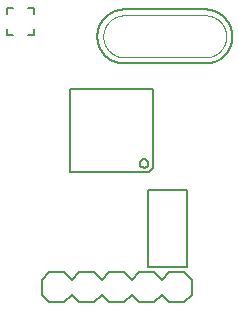
<source format=gto>
G75*
%MOIN*%
%OFA0B0*%
%FSLAX25Y25*%
%IPPOS*%
%LPD*%
%AMOC8*
5,1,8,0,0,1.08239X$1,22.5*
%
%ADD10C,0.00600*%
%ADD11C,0.00200*%
%ADD12C,0.00800*%
D10*
X0042378Y0066000D02*
X0068579Y0066000D01*
X0069976Y0067398D01*
X0069976Y0093598D01*
X0042378Y0093598D01*
X0042378Y0066000D01*
X0065563Y0068999D02*
X0065565Y0069074D01*
X0065571Y0069148D01*
X0065581Y0069222D01*
X0065594Y0069295D01*
X0065612Y0069368D01*
X0065633Y0069439D01*
X0065658Y0069510D01*
X0065687Y0069579D01*
X0065720Y0069646D01*
X0065756Y0069711D01*
X0065795Y0069775D01*
X0065837Y0069836D01*
X0065883Y0069895D01*
X0065932Y0069952D01*
X0065984Y0070005D01*
X0066038Y0070056D01*
X0066095Y0070105D01*
X0066155Y0070149D01*
X0066217Y0070191D01*
X0066281Y0070230D01*
X0066347Y0070265D01*
X0066414Y0070296D01*
X0066484Y0070324D01*
X0066554Y0070348D01*
X0066626Y0070369D01*
X0066699Y0070385D01*
X0066772Y0070398D01*
X0066847Y0070407D01*
X0066921Y0070412D01*
X0066996Y0070413D01*
X0067070Y0070410D01*
X0067145Y0070403D01*
X0067218Y0070392D01*
X0067292Y0070378D01*
X0067364Y0070359D01*
X0067435Y0070337D01*
X0067505Y0070311D01*
X0067574Y0070281D01*
X0067640Y0070248D01*
X0067705Y0070211D01*
X0067768Y0070171D01*
X0067829Y0070127D01*
X0067887Y0070081D01*
X0067943Y0070031D01*
X0067996Y0069979D01*
X0068047Y0069924D01*
X0068094Y0069866D01*
X0068138Y0069806D01*
X0068179Y0069743D01*
X0068217Y0069679D01*
X0068251Y0069613D01*
X0068282Y0069544D01*
X0068309Y0069475D01*
X0068332Y0069404D01*
X0068351Y0069332D01*
X0068367Y0069259D01*
X0068379Y0069185D01*
X0068387Y0069111D01*
X0068391Y0069036D01*
X0068391Y0068962D01*
X0068387Y0068887D01*
X0068379Y0068813D01*
X0068367Y0068739D01*
X0068351Y0068666D01*
X0068332Y0068594D01*
X0068309Y0068523D01*
X0068282Y0068454D01*
X0068251Y0068385D01*
X0068217Y0068319D01*
X0068179Y0068255D01*
X0068138Y0068192D01*
X0068094Y0068132D01*
X0068047Y0068074D01*
X0067996Y0068019D01*
X0067943Y0067967D01*
X0067887Y0067917D01*
X0067829Y0067871D01*
X0067768Y0067827D01*
X0067705Y0067787D01*
X0067640Y0067750D01*
X0067574Y0067717D01*
X0067505Y0067687D01*
X0067435Y0067661D01*
X0067364Y0067639D01*
X0067292Y0067620D01*
X0067218Y0067606D01*
X0067145Y0067595D01*
X0067070Y0067588D01*
X0066996Y0067585D01*
X0066921Y0067586D01*
X0066847Y0067591D01*
X0066772Y0067600D01*
X0066699Y0067613D01*
X0066626Y0067629D01*
X0066554Y0067650D01*
X0066484Y0067674D01*
X0066414Y0067702D01*
X0066347Y0067733D01*
X0066281Y0067768D01*
X0066217Y0067807D01*
X0066155Y0067849D01*
X0066095Y0067893D01*
X0066038Y0067942D01*
X0065984Y0067993D01*
X0065932Y0068046D01*
X0065883Y0068103D01*
X0065837Y0068162D01*
X0065795Y0068223D01*
X0065756Y0068287D01*
X0065720Y0068352D01*
X0065687Y0068419D01*
X0065658Y0068488D01*
X0065633Y0068559D01*
X0065612Y0068630D01*
X0065594Y0068703D01*
X0065581Y0068776D01*
X0065571Y0068850D01*
X0065565Y0068924D01*
X0065563Y0068999D01*
X0060394Y0102295D02*
X0087394Y0102295D01*
X0087613Y0102298D01*
X0087832Y0102306D01*
X0088051Y0102319D01*
X0088269Y0102338D01*
X0088487Y0102362D01*
X0088704Y0102391D01*
X0088921Y0102425D01*
X0089136Y0102465D01*
X0089351Y0102510D01*
X0089564Y0102561D01*
X0089776Y0102616D01*
X0089987Y0102677D01*
X0090196Y0102742D01*
X0090403Y0102813D01*
X0090609Y0102889D01*
X0090813Y0102970D01*
X0091015Y0103055D01*
X0091214Y0103146D01*
X0091411Y0103241D01*
X0091606Y0103342D01*
X0091799Y0103447D01*
X0091989Y0103556D01*
X0092176Y0103670D01*
X0092360Y0103789D01*
X0092541Y0103912D01*
X0092719Y0104040D01*
X0092895Y0104172D01*
X0093066Y0104308D01*
X0093235Y0104448D01*
X0093400Y0104592D01*
X0093561Y0104740D01*
X0093719Y0104892D01*
X0093873Y0105048D01*
X0094023Y0105208D01*
X0094170Y0105371D01*
X0094312Y0105538D01*
X0094450Y0105708D01*
X0094584Y0105882D01*
X0094714Y0106058D01*
X0094839Y0106238D01*
X0094960Y0106421D01*
X0095076Y0106607D01*
X0095188Y0106795D01*
X0095295Y0106986D01*
X0095398Y0107180D01*
X0095496Y0107376D01*
X0095589Y0107574D01*
X0095677Y0107775D01*
X0095760Y0107978D01*
X0095839Y0108183D01*
X0095912Y0108389D01*
X0095980Y0108597D01*
X0096043Y0108807D01*
X0096101Y0109019D01*
X0096154Y0109231D01*
X0096202Y0109445D01*
X0096244Y0109660D01*
X0096281Y0109876D01*
X0096313Y0110093D01*
X0096340Y0110311D01*
X0096361Y0110529D01*
X0096377Y0110747D01*
X0096388Y0110966D01*
X0096393Y0111185D01*
X0096393Y0111405D01*
X0096388Y0111624D01*
X0096377Y0111843D01*
X0096361Y0112061D01*
X0096340Y0112279D01*
X0096313Y0112497D01*
X0096281Y0112714D01*
X0096244Y0112930D01*
X0096202Y0113145D01*
X0096154Y0113359D01*
X0096101Y0113571D01*
X0096043Y0113783D01*
X0095980Y0113993D01*
X0095912Y0114201D01*
X0095839Y0114407D01*
X0095760Y0114612D01*
X0095677Y0114815D01*
X0095589Y0115016D01*
X0095496Y0115214D01*
X0095398Y0115410D01*
X0095295Y0115604D01*
X0095188Y0115795D01*
X0095076Y0115983D01*
X0094960Y0116169D01*
X0094839Y0116352D01*
X0094714Y0116532D01*
X0094584Y0116708D01*
X0094450Y0116882D01*
X0094312Y0117052D01*
X0094170Y0117219D01*
X0094023Y0117382D01*
X0093873Y0117542D01*
X0093719Y0117698D01*
X0093561Y0117850D01*
X0093400Y0117998D01*
X0093235Y0118142D01*
X0093066Y0118282D01*
X0092895Y0118418D01*
X0092719Y0118550D01*
X0092541Y0118678D01*
X0092360Y0118801D01*
X0092176Y0118920D01*
X0091989Y0119034D01*
X0091799Y0119143D01*
X0091606Y0119248D01*
X0091411Y0119349D01*
X0091214Y0119444D01*
X0091015Y0119535D01*
X0090813Y0119620D01*
X0090609Y0119701D01*
X0090403Y0119777D01*
X0090196Y0119848D01*
X0089987Y0119913D01*
X0089776Y0119974D01*
X0089564Y0120029D01*
X0089351Y0120080D01*
X0089136Y0120125D01*
X0088921Y0120165D01*
X0088704Y0120199D01*
X0088487Y0120228D01*
X0088269Y0120252D01*
X0088051Y0120271D01*
X0087832Y0120284D01*
X0087613Y0120292D01*
X0087394Y0120295D01*
X0060394Y0120295D01*
X0060175Y0120292D01*
X0059956Y0120284D01*
X0059737Y0120271D01*
X0059519Y0120252D01*
X0059301Y0120228D01*
X0059084Y0120199D01*
X0058867Y0120165D01*
X0058652Y0120125D01*
X0058437Y0120080D01*
X0058224Y0120029D01*
X0058012Y0119974D01*
X0057801Y0119913D01*
X0057592Y0119848D01*
X0057385Y0119777D01*
X0057179Y0119701D01*
X0056975Y0119620D01*
X0056773Y0119535D01*
X0056574Y0119444D01*
X0056377Y0119349D01*
X0056182Y0119248D01*
X0055989Y0119143D01*
X0055799Y0119034D01*
X0055612Y0118920D01*
X0055428Y0118801D01*
X0055247Y0118678D01*
X0055069Y0118550D01*
X0054893Y0118418D01*
X0054722Y0118282D01*
X0054553Y0118142D01*
X0054388Y0117998D01*
X0054227Y0117850D01*
X0054069Y0117698D01*
X0053915Y0117542D01*
X0053765Y0117382D01*
X0053618Y0117219D01*
X0053476Y0117052D01*
X0053338Y0116882D01*
X0053204Y0116708D01*
X0053074Y0116532D01*
X0052949Y0116352D01*
X0052828Y0116169D01*
X0052712Y0115983D01*
X0052600Y0115795D01*
X0052493Y0115604D01*
X0052390Y0115410D01*
X0052292Y0115214D01*
X0052199Y0115016D01*
X0052111Y0114815D01*
X0052028Y0114612D01*
X0051949Y0114407D01*
X0051876Y0114201D01*
X0051808Y0113993D01*
X0051745Y0113783D01*
X0051687Y0113571D01*
X0051634Y0113359D01*
X0051586Y0113145D01*
X0051544Y0112930D01*
X0051507Y0112714D01*
X0051475Y0112497D01*
X0051448Y0112279D01*
X0051427Y0112061D01*
X0051411Y0111843D01*
X0051400Y0111624D01*
X0051395Y0111405D01*
X0051395Y0111185D01*
X0051400Y0110966D01*
X0051411Y0110747D01*
X0051427Y0110529D01*
X0051448Y0110311D01*
X0051475Y0110093D01*
X0051507Y0109876D01*
X0051544Y0109660D01*
X0051586Y0109445D01*
X0051634Y0109231D01*
X0051687Y0109019D01*
X0051745Y0108807D01*
X0051808Y0108597D01*
X0051876Y0108389D01*
X0051949Y0108183D01*
X0052028Y0107978D01*
X0052111Y0107775D01*
X0052199Y0107574D01*
X0052292Y0107376D01*
X0052390Y0107180D01*
X0052493Y0106986D01*
X0052600Y0106795D01*
X0052712Y0106607D01*
X0052828Y0106421D01*
X0052949Y0106238D01*
X0053074Y0106058D01*
X0053204Y0105882D01*
X0053338Y0105708D01*
X0053476Y0105538D01*
X0053618Y0105371D01*
X0053765Y0105208D01*
X0053915Y0105048D01*
X0054069Y0104892D01*
X0054227Y0104740D01*
X0054388Y0104592D01*
X0054553Y0104448D01*
X0054722Y0104308D01*
X0054893Y0104172D01*
X0055069Y0104040D01*
X0055247Y0103912D01*
X0055428Y0103789D01*
X0055612Y0103670D01*
X0055799Y0103556D01*
X0055989Y0103447D01*
X0056182Y0103342D01*
X0056377Y0103241D01*
X0056574Y0103146D01*
X0056773Y0103055D01*
X0056975Y0102970D01*
X0057179Y0102889D01*
X0057385Y0102813D01*
X0057592Y0102742D01*
X0057801Y0102677D01*
X0058012Y0102616D01*
X0058224Y0102561D01*
X0058437Y0102510D01*
X0058652Y0102465D01*
X0058867Y0102425D01*
X0059084Y0102391D01*
X0059301Y0102362D01*
X0059519Y0102338D01*
X0059737Y0102319D01*
X0059956Y0102306D01*
X0060175Y0102298D01*
X0060394Y0102295D01*
X0030165Y0111717D02*
X0028165Y0111717D01*
X0030165Y0111717D02*
X0030165Y0113717D01*
X0030165Y0118717D02*
X0030165Y0120717D01*
X0028165Y0120717D01*
X0023165Y0120717D02*
X0021165Y0120717D01*
X0021165Y0118717D01*
X0021165Y0113717D02*
X0021165Y0111717D01*
X0023165Y0111717D01*
D11*
X0060394Y0118295D02*
X0060224Y0118293D01*
X0060053Y0118287D01*
X0059883Y0118276D01*
X0059713Y0118262D01*
X0059544Y0118243D01*
X0059375Y0118220D01*
X0059206Y0118194D01*
X0059039Y0118163D01*
X0058872Y0118128D01*
X0058706Y0118088D01*
X0058541Y0118045D01*
X0058377Y0117998D01*
X0058215Y0117947D01*
X0058053Y0117892D01*
X0057893Y0117833D01*
X0057735Y0117770D01*
X0057578Y0117704D01*
X0057423Y0117633D01*
X0057269Y0117559D01*
X0057118Y0117481D01*
X0056968Y0117399D01*
X0056820Y0117314D01*
X0056675Y0117225D01*
X0056532Y0117133D01*
X0056391Y0117037D01*
X0056252Y0116938D01*
X0056116Y0116835D01*
X0055982Y0116730D01*
X0055851Y0116621D01*
X0055723Y0116508D01*
X0055597Y0116393D01*
X0055474Y0116275D01*
X0055355Y0116154D01*
X0055238Y0116029D01*
X0055124Y0115902D01*
X0055013Y0115773D01*
X0054906Y0115640D01*
X0054802Y0115505D01*
X0054701Y0115368D01*
X0054603Y0115228D01*
X0054509Y0115086D01*
X0054419Y0114942D01*
X0054332Y0114795D01*
X0054248Y0114646D01*
X0054169Y0114496D01*
X0054093Y0114343D01*
X0054020Y0114189D01*
X0053952Y0114033D01*
X0053887Y0113875D01*
X0053826Y0113716D01*
X0053769Y0113555D01*
X0053716Y0113393D01*
X0053667Y0113230D01*
X0053622Y0113066D01*
X0053581Y0112900D01*
X0053543Y0112734D01*
X0053510Y0112566D01*
X0053482Y0112398D01*
X0053457Y0112230D01*
X0053436Y0112061D01*
X0053419Y0111891D01*
X0053407Y0111721D01*
X0053399Y0111551D01*
X0053395Y0111380D01*
X0053395Y0111210D01*
X0053399Y0111039D01*
X0053407Y0110869D01*
X0053419Y0110699D01*
X0053436Y0110529D01*
X0053457Y0110360D01*
X0053482Y0110192D01*
X0053510Y0110024D01*
X0053543Y0109856D01*
X0053581Y0109690D01*
X0053622Y0109524D01*
X0053667Y0109360D01*
X0053716Y0109197D01*
X0053769Y0109035D01*
X0053826Y0108874D01*
X0053887Y0108715D01*
X0053952Y0108557D01*
X0054020Y0108401D01*
X0054093Y0108247D01*
X0054169Y0108094D01*
X0054248Y0107944D01*
X0054332Y0107795D01*
X0054419Y0107648D01*
X0054509Y0107504D01*
X0054603Y0107362D01*
X0054701Y0107222D01*
X0054802Y0107085D01*
X0054906Y0106950D01*
X0055013Y0106817D01*
X0055124Y0106688D01*
X0055238Y0106561D01*
X0055355Y0106436D01*
X0055474Y0106315D01*
X0055597Y0106197D01*
X0055723Y0106082D01*
X0055851Y0105969D01*
X0055982Y0105860D01*
X0056116Y0105755D01*
X0056252Y0105652D01*
X0056391Y0105553D01*
X0056532Y0105457D01*
X0056675Y0105365D01*
X0056820Y0105276D01*
X0056968Y0105191D01*
X0057118Y0105109D01*
X0057269Y0105031D01*
X0057423Y0104957D01*
X0057578Y0104886D01*
X0057735Y0104820D01*
X0057893Y0104757D01*
X0058053Y0104698D01*
X0058215Y0104643D01*
X0058377Y0104592D01*
X0058541Y0104545D01*
X0058706Y0104502D01*
X0058872Y0104462D01*
X0059039Y0104427D01*
X0059206Y0104396D01*
X0059375Y0104370D01*
X0059544Y0104347D01*
X0059713Y0104328D01*
X0059883Y0104314D01*
X0060053Y0104303D01*
X0060224Y0104297D01*
X0060394Y0104295D01*
X0087394Y0104295D01*
X0087564Y0104297D01*
X0087735Y0104303D01*
X0087905Y0104314D01*
X0088075Y0104328D01*
X0088244Y0104347D01*
X0088413Y0104370D01*
X0088582Y0104396D01*
X0088749Y0104427D01*
X0088916Y0104462D01*
X0089082Y0104502D01*
X0089247Y0104545D01*
X0089411Y0104592D01*
X0089573Y0104643D01*
X0089735Y0104698D01*
X0089895Y0104757D01*
X0090053Y0104820D01*
X0090210Y0104886D01*
X0090365Y0104957D01*
X0090519Y0105031D01*
X0090670Y0105109D01*
X0090820Y0105191D01*
X0090968Y0105276D01*
X0091113Y0105365D01*
X0091256Y0105457D01*
X0091397Y0105553D01*
X0091536Y0105652D01*
X0091672Y0105755D01*
X0091806Y0105860D01*
X0091937Y0105969D01*
X0092065Y0106082D01*
X0092191Y0106197D01*
X0092314Y0106315D01*
X0092433Y0106436D01*
X0092550Y0106561D01*
X0092664Y0106688D01*
X0092775Y0106817D01*
X0092882Y0106950D01*
X0092986Y0107085D01*
X0093087Y0107222D01*
X0093185Y0107362D01*
X0093279Y0107504D01*
X0093369Y0107648D01*
X0093456Y0107795D01*
X0093540Y0107944D01*
X0093619Y0108094D01*
X0093695Y0108247D01*
X0093768Y0108401D01*
X0093836Y0108557D01*
X0093901Y0108715D01*
X0093962Y0108874D01*
X0094019Y0109035D01*
X0094072Y0109197D01*
X0094121Y0109360D01*
X0094166Y0109524D01*
X0094207Y0109690D01*
X0094245Y0109856D01*
X0094278Y0110024D01*
X0094306Y0110192D01*
X0094331Y0110360D01*
X0094352Y0110529D01*
X0094369Y0110699D01*
X0094381Y0110869D01*
X0094389Y0111039D01*
X0094393Y0111210D01*
X0094393Y0111380D01*
X0094389Y0111551D01*
X0094381Y0111721D01*
X0094369Y0111891D01*
X0094352Y0112061D01*
X0094331Y0112230D01*
X0094306Y0112398D01*
X0094278Y0112566D01*
X0094245Y0112734D01*
X0094207Y0112900D01*
X0094166Y0113066D01*
X0094121Y0113230D01*
X0094072Y0113393D01*
X0094019Y0113555D01*
X0093962Y0113716D01*
X0093901Y0113875D01*
X0093836Y0114033D01*
X0093768Y0114189D01*
X0093695Y0114343D01*
X0093619Y0114496D01*
X0093540Y0114646D01*
X0093456Y0114795D01*
X0093369Y0114942D01*
X0093279Y0115086D01*
X0093185Y0115228D01*
X0093087Y0115368D01*
X0092986Y0115505D01*
X0092882Y0115640D01*
X0092775Y0115773D01*
X0092664Y0115902D01*
X0092550Y0116029D01*
X0092433Y0116154D01*
X0092314Y0116275D01*
X0092191Y0116393D01*
X0092065Y0116508D01*
X0091937Y0116621D01*
X0091806Y0116730D01*
X0091672Y0116835D01*
X0091536Y0116938D01*
X0091397Y0117037D01*
X0091256Y0117133D01*
X0091113Y0117225D01*
X0090968Y0117314D01*
X0090820Y0117399D01*
X0090670Y0117481D01*
X0090519Y0117559D01*
X0090365Y0117633D01*
X0090210Y0117704D01*
X0090053Y0117770D01*
X0089895Y0117833D01*
X0089735Y0117892D01*
X0089573Y0117947D01*
X0089411Y0117998D01*
X0089247Y0118045D01*
X0089082Y0118088D01*
X0088916Y0118128D01*
X0088749Y0118163D01*
X0088582Y0118194D01*
X0088413Y0118220D01*
X0088244Y0118243D01*
X0088075Y0118262D01*
X0087905Y0118276D01*
X0087735Y0118287D01*
X0087564Y0118293D01*
X0087394Y0118295D01*
X0060394Y0118295D01*
D12*
X0032831Y0030134D02*
X0032831Y0025134D01*
X0035331Y0022634D01*
X0040331Y0022634D01*
X0042831Y0025134D01*
X0045331Y0022634D01*
X0050331Y0022634D01*
X0052831Y0025134D01*
X0055331Y0022634D01*
X0060331Y0022634D01*
X0062831Y0025134D01*
X0065331Y0022634D01*
X0070331Y0022634D01*
X0072831Y0025134D01*
X0075331Y0022634D01*
X0080331Y0022634D01*
X0082831Y0025134D01*
X0082831Y0030134D01*
X0080331Y0032634D01*
X0075331Y0032634D01*
X0072831Y0030134D01*
X0070331Y0032634D01*
X0065331Y0032634D01*
X0062831Y0030134D01*
X0060331Y0032634D01*
X0055331Y0032634D01*
X0052831Y0030134D01*
X0050331Y0032634D01*
X0045331Y0032634D01*
X0042831Y0030134D01*
X0040331Y0032634D01*
X0035331Y0032634D01*
X0032831Y0030134D01*
X0068378Y0034419D02*
X0068378Y0060219D01*
X0081378Y0060219D01*
X0081378Y0034419D01*
X0068378Y0034419D01*
M02*

</source>
